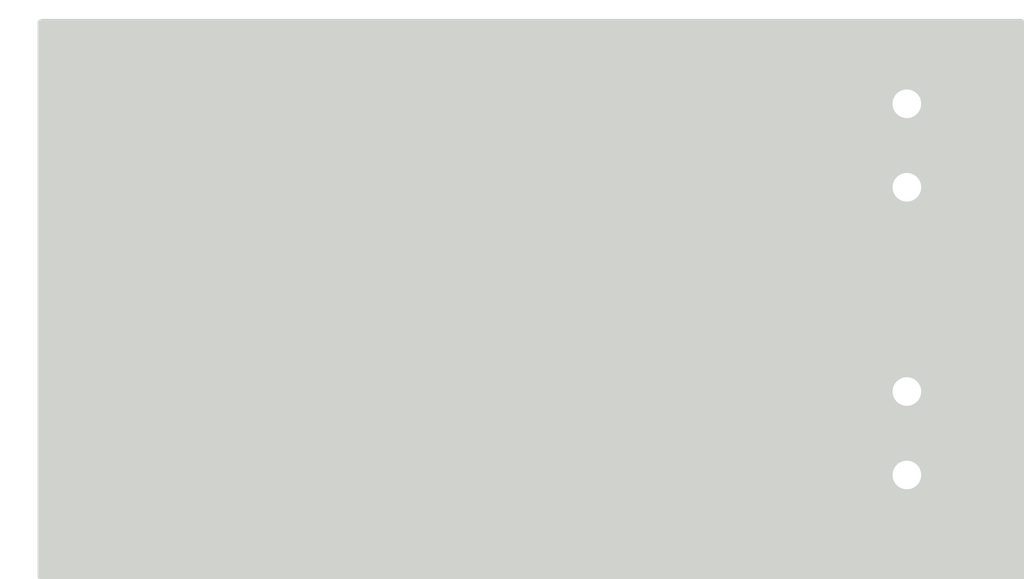
<source format=kicad_pcb>
(kicad_pcb (version 20171130) (host pcbnew "(5.1.5)-3")
  (layers (0 F.Cu signal) (31 B.Cu signal hide) (34 B.Paste user) (35 F.Paste user) (36 B.SilkS user) (37 F.SilkS user) (38 B.Mask user) (39 F.Mask user) (44 Edge.Cuts user hide))
  (net 0 "")
  (net 1 +5V)
  (net 2 GND)
  (net 3 +12V)
  (net 4 +3V3)
  (net 5 "Net-(D1-Pad1)")
  (net 6 "Net-(C5-Pad2)")
  (net 7 "Net-(D2-Pad2)")
  (net 8 "Net-(D3-Pad2)")
  (net 9 "Net-(J1-Pad2)")
  (net 10 "Net-(J1-Pad3)")
  (net 11 "Net-(J1-Pad4)")
  (module Package_TO_SOT_SMD:SOT-23-5 (layer F.Cu) (at 83.185 95.885 180)
    (fp_text reference U1 (at -0.635 2.413 180) (layer F.SilkS))
    (fp_text value TPS61041DBV)
    (pad 1 smd rect (at -1.1 -0.95 180) (size 1.06 0.65) (layers F.Cu F.Paste F.Mask) (net 5 "Net-(D1-Pad1)"))
    (pad 2 smd rect (at -1.1 0 180) (size 1.06 0.65) (layers F.Cu F.Paste F.Mask) (net 2 GND))
    (pad 3 smd rect (at -1.1 0.95 180) (size 1.06 0.65) (layers F.Cu F.Paste F.Mask) (net 6 "Net-(C5-Pad2)"))
    (pad 4 smd rect (at 1.1 0.95 180) (size 1.06 0.65) (layers F.Cu F.Paste F.Mask) (net 1 +5V))
    (pad 5 smd rect (at 1.1 -0.95 180) (size 1.06 0.65) (layers F.Cu F.Paste F.Mask) (net 1 +5V))
  )
  (module Resistor_SMD:R_0805_2012Metric (layer F.Cu) (at 87.63 96.52 270)
    (fp_text reference R2 (at -2.54 0 180) (layer F.SilkS))
    (fp_text value 200K)
    (pad 2 smd roundrect (at 0.9375 0 270) (size 0.975 1.4) (layers F.Cu F.Paste F.Mask) (net 2 GND))
    (pad 1 smd roundrect (at -0.9375 0 270) (size 0.975 1.4) (layers F.Cu F.Paste F.Mask) (net 6 "Net-(C5-Pad2)"))
  )
  (module Resistor_SMD:R_0805_2012Metric (layer F.Cu) (at 90.17 96.52 90)
    (fp_text reference R1 (at 2.54 0 180) (layer F.SilkS))
    (fp_text value 1.8M)
    (pad 1 smd roundrect (at -0.9375 0 90) (size 0.975 1.4) (layers F.Cu F.Paste F.Mask) (net 3 +12V))
    (pad 2 smd roundrect (at 0.9375 0 90) (size 0.975 1.4) (layers F.Cu F.Paste F.Mask) (net 6 "Net-(C5-Pad2)"))
  )
  (module Connector_USB:USB_Micro-B_Molex_47346-0001 (layer F.Cu) (at 70.485 98.425 270)
    (fp_text reference J1 (at -5.715 2.54) (layer F.SilkS))
    (fp_text value USB_OTG)
    (pad 1 smd rect (at -1.3 -1.46 270) (size 0.45 1.38) (layers F.Cu F.Paste F.Mask) (net 1 +5V))
    (pad 2 smd rect (at -0.65 -1.46 270) (size 0.45 1.38) (layers F.Cu F.Paste F.Mask) (net 9 "Net-(J1-Pad2)"))
    (pad 3 smd rect (at 0 -1.46 270) (size 0.45 1.38) (layers F.Cu F.Paste F.Mask) (net 10 "Net-(J1-Pad3)"))
    (pad 4 smd rect (at 0.65 -1.46 270) (size 0.45 1.38) (layers F.Cu F.Paste F.Mask) (net 11 "Net-(J1-Pad4)"))
    (pad 5 smd rect (at 1.3 -1.46 270) (size 0.45 1.38) (layers F.Cu F.Paste F.Mask) (net 2 GND))
    (pad 6 smd rect (at -2.4875 -1.375 270) (size 1.425 1.55) (layers F.Cu F.Paste F.Mask) (net 2 GND))
    (pad 6 smd rect (at 2.4875 -1.375 270) (size 1.425 1.55) (layers F.Cu F.Paste F.Mask) (net 2 GND))
    (pad 6 smd rect (at -3.375 1.2 270) (size 1.65 1.3) (layers F.Cu F.Paste F.Mask) (net 2 GND))
    (pad 6 smd rect (at 3.375 1.2 270) (size 1.65 1.3) (layers F.Cu F.Paste F.Mask) (net 2 GND))
    (pad 6 smd rect (at -1.15 1.2 270) (size 1.8 1.9) (layers F.Cu F.Paste F.Mask) (net 2 GND))
    (pad 6 smd rect (at 1.55 1.2 270) (size 1 1.9) (layers F.Cu F.Paste F.Mask) (net 2 GND))
  )
  (module Inductor_SMD:L_0805_2012Metric (layer F.Cu) (at 80.01 90.17)
    (fp_text reference L1 (at -2.794 -0.254 180) (layer F.SilkS))
    (fp_text value 10uH)
    (pad 1 smd roundrect (at -0.9375 0) (size 0.975 1.4) (layers F.Cu F.Paste F.Mask) (net 1 +5V))
    (pad 2 smd roundrect (at 0.9375 0) (size 0.975 1.4) (layers F.Cu F.Paste F.Mask) (net 5 "Net-(D1-Pad1)"))
  )
  (module Connector_Phoenix_MC:PhoenixContact_MCV_1,5_2-G-3.5_1x02_P3.50mm_Vertical (layer F.Cu) (at 103.03002 103.8733 270)
    (fp_text reference J3 (at 6.985 0 180) (layer F.SilkS))
    (fp_text value Conn_01x02)
    (pad 2 thru_hole oval (at 3.5 0 270) (size 1.8 3.6) (drill 1.2) (layers *.Cu *.Mask) (net 2 GND))
    (pad 1 thru_hole roundrect (at 0 0 270) (size 1.8 3.6) (drill 1.2) (layers *.Cu *.Mask) (roundrect_rratio 0.138889) (net 4 +3V3))
  )
  (module Capacitor_SMD:CP_Elec_4x4.5 (layer F.Cu) (at 77.47 95.25 270)
    (fp_text reference C1 (at 0 -3.2 180) (layer F.SilkS))
    (fp_text value 4.7uF)
    (pad 1 smd roundrect (at -1.8 0 270) (size 2.6 1.6) (layers F.Cu F.Paste F.Mask) (roundrect_rratio 0.15625) (net 1 +5V))
    (pad 2 smd roundrect (at 1.8 0 270) (size 2.6 1.6) (layers F.Cu F.Paste F.Mask) (roundrect_rratio 0.15625) (net 2 GND))
  )
  (module Capacitor_SMD:CP_Elec_4x4.5 (layer F.Cu) (at 77.47 101.6 180)
    (fp_text reference C2 (at -3.175 1.905 180) (layer F.SilkS))
    (fp_text value 10uF)
    (pad 2 smd roundrect (at 1.8 0 180) (size 2.6 1.6) (layers F.Cu F.Paste F.Mask) (roundrect_rratio 0.15625) (net 2 GND))
    (pad 1 smd roundrect (at -1.8 0 180) (size 2.6 1.6) (layers F.Cu F.Paste F.Mask) (roundrect_rratio 0.15625) (net 1 +5V))
  )
  (module Capacitor_SMD:CP_Elec_4x4.5 (layer F.Cu) (at 93.345 104.14 270)
    (fp_text reference C4 (at -2.54 2.54 180) (layer F.SilkS))
    (fp_text value 10uF)
    (pad 1 smd roundrect (at -1.8 0 270) (size 2.6 1.6) (layers F.Cu F.Paste F.Mask) (roundrect_rratio 0.15625) (net 4 +3V3))
    (pad 2 smd roundrect (at 1.8 0 270) (size 2.6 1.6) (layers F.Cu F.Paste F.Mask) (roundrect_rratio 0.15625) (net 2 GND))
  )
  (module Diode_SMD:D_SMA (layer F.Cu) (at 86.36 90.805)
    (fp_text reference D1 (at 4.572 -0.381 180) (layer F.SilkS))
    (fp_text value MBRM120L)
    (pad 1 smd rect (at -2 0) (size 2.5 1.8) (layers F.Cu F.Paste F.Mask) (net 5 "Net-(D1-Pad1)"))
    (pad 2 smd rect (at 2 0) (size 2.5 1.8) (layers F.Cu F.Paste F.Mask) (net 3 +12V))
  )
  (module Connector_Phoenix_MC:PhoenixContact_MCV_1,5_2-G-3.5_1x02_P3.50mm_Vertical (layer F.Cu) (at 103.03002 91.8083 270)
    (fp_text reference J2 (at 7.62 0 180) (layer F.SilkS))
    (fp_text value Conn_01x02)
    (pad 1 thru_hole roundrect (at 0 0 270) (size 1.8 3.6) (drill 1.2) (layers *.Cu *.Mask) (roundrect_rratio 0.138889) (net 3 +12V))
    (pad 2 thru_hole oval (at 3.5 0 270) (size 1.8 3.6) (drill 1.2) (layers *.Cu *.Mask) (net 2 GND))
  )
  (module Capacitor_SMD:C_0805_2012Metric (layer F.Cu) (at 93.98 98.425 270)
    (fp_text reference C6 (at -0.03048 -1.94564 180) (layer F.SilkS))
    (fp_text value 4.7pF)
    (pad 1 smd roundrect (at -0.9375 0 270) (size 0.975 1.4) (layers F.Cu F.Paste F.Mask) (net 3 +12V))
    (pad 2 smd roundrect (at 0.9375 0 270) (size 0.975 1.4) (layers F.Cu F.Paste F.Mask) (net 2 GND))
  )
  (module Capacitor_SMD:C_0805_2012Metric (layer F.Cu) (at 93.98 94.615 90)
    (fp_text reference C5 (at -0.635 1.905 180) (layer F.SilkS))
    (fp_text value "2 pF")
    (pad 2 smd roundrect (at 0.9375 0 90) (size 0.975 1.4) (layers F.Cu F.Paste F.Mask) (net 6 "Net-(C5-Pad2)"))
    (pad 1 smd roundrect (at -0.9375 0 90) (size 0.975 1.4) (layers F.Cu F.Paste F.Mask) (net 3 +12V))
  )
  (module Capacitor_SMD:CP_Elec_4x4.5 (layer F.Cu) (at 77.47 107.95 180)
    (fp_text reference C3 (at -3.175 1.905 180) (layer F.SilkS))
    (fp_text value 1uF)
    (pad 2 smd roundrect (at 1.8 0 180) (size 2.6 1.6) (layers F.Cu F.Paste F.Mask) (roundrect_rratio 0.15625) (net 2 GND))
    (pad 1 smd roundrect (at -1.8 0 180) (size 2.6 1.6) (layers F.Cu F.Paste F.Mask) (roundrect_rratio 0.15625) (net 1 +5V))
  )
  (module Package_TO_SOT_SMD:TO-252-3_TabPin2 (layer F.Cu) (at 85.725 104.775 270)
    (fp_text reference U2 (at 3.937 -4.5 180) (layer F.SilkS))
    (fp_text value LM1117-3.3)
    (pad 1 smd rect (at -4.2 -2.28 270) (size 2.2 1.2) (layers F.Cu F.Paste F.Mask) (net 2 GND))
    (pad 2 smd rect (at -4.2 0 270) (size 2.2 1.2) (layers F.Cu F.Paste F.Mask) (net 4 +3V3))
    (pad 3 smd rect (at -4.2 2.28 270) (size 2.2 1.2) (layers F.Cu F.Paste F.Mask) (net 1 +5V))
    (pad 2 smd rect (at 2.1 0 270) (size 6.4 5.8) (layers F.Cu F.Mask) (net 4 +3V3))
  )
  (module "02-KiCad Files:seri2" (layer F.Cu) (at 70.358 110.6805)
    (fp_text reference G*** hide)
    (fp_text value LOGO hide)
  )
  (module "02-KiCad Files:serigrafía" (layer F.Cu) (at 70.2945 106.934)
    (fp_text reference G*** hide)
    (fp_text value LOGO hide)
  )
  (module LED_SMD:LED_0805_2012Metric (layer F.Cu) (at 97.95002 103.2383 90)
    (fp_text reference D2 (at 2.54 0 180) (layer F.SilkS))
    (fp_text value LED)
    (pad 2 smd roundrect (at 0.9375 0 90) (size 0.975 1.4) (layers F.Cu F.Paste F.Mask) (net 7 "Net-(D2-Pad2)"))
    (pad 1 smd roundrect (at -0.9375 0 90) (size 0.975 1.4) (layers F.Cu F.Paste F.Mask) (net 2 GND))
  )
  (module LED_SMD:LED_0805_2012Metric (layer F.Cu) (at 97.95002 95.6183 90)
    (fp_text reference D3 (at -2.54 0 180) (layer F.SilkS))
    (fp_text value LED)
    (pad 1 smd roundrect (at -0.9375 0 90) (size 0.975 1.4) (layers F.Cu F.Paste F.Mask) (net 2 GND))
    (pad 2 smd roundrect (at 0.9375 0 90) (size 0.975 1.4) (layers F.Cu F.Paste F.Mask) (net 8 "Net-(D3-Pad2)"))
  )
  (module Resistor_SMD:R_0805_2012Metric (layer F.Cu) (at 97.95002 107.0483 90)
    (fp_text reference R3 (at -2.54 0 180) (layer F.SilkS))
    (fp_text value 330)
    (pad 1 smd roundrect (at -0.9375 0 90) (size 0.975 1.4) (layers F.Cu F.Paste F.Mask) (net 4 +3V3))
    (pad 2 smd roundrect (at 0.9375 0 90) (size 0.975 1.4) (layers F.Cu F.Paste F.Mask) (net 7 "Net-(D2-Pad2)"))
  )
  (module Resistor_SMD:R_0805_2012Metric (layer F.Cu) (at 97.95002 91.8083 270)
    (fp_text reference R4 (at -2.54 0 180) (layer F.SilkS))
    (fp_text value 330)
    (pad 2 smd roundrect (at 0.9375 0 270) (size 0.975 1.4) (layers F.Cu F.Paste F.Mask) (net 8 "Net-(D3-Pad2)"))
    (pad 1 smd roundrect (at -0.9375 0 270) (size 0.975 1.4) (layers F.Cu F.Paste F.Mask) (net 3 +12V))
  )
  (segment (start 79.27 101.6) (end 79.27 102.4) (width 0.25) (layer F.Cu) (net 1))
  (segment (start 81.305 96.835) (end 82.085 96.835) (width 0.25) (layer F.Cu) (net 1))
  (segment (start 80.645 96.175) (end 81.305 96.835) (width 0.25) (layer F.Cu) (net 1))
  (segment (start 80.965 94.935) (end 80.645 95.255) (width 0.25) (layer F.Cu) (net 1))
  (segment (start 79.27 101.6) (end 79.27 107.95) (width 0.25) (layer F.Cu) (net 1))
  (segment (start 80.645 95.255) (end 80.645 96.175) (width 0.25) (layer F.Cu) (net 1))
  (segment (start 82.085 94.935) (end 80.965 94.935) (width 0.25) (layer F.Cu) (net 1))
  (segment (start 82.085 94.935) (end 82.29 94.935) (width 0.25) (layer F.Cu) (net 1))
  (segment (start 77.47 93.45) (end 77.47 91.7725) (width 0.25) (layer F.Cu) (net 1))
  (segment (start 77.47 91.7725) (end 79.0725 90.17) (width 0.25) (layer F.Cu) (net 1))
  (segment (start 77.47 94.615) (end 76.835 94.615) (width 0.25) (layer F.Cu) (net 1))
  (segment (start 76.835 94.615) (end 73.66 97.79) (width 0.25) (layer F.Cu) (net 1))
  (segment (start 77.47 93.45) (end 77.47 94.615) (width 0.25) (layer F.Cu) (net 1))
  (segment (start 73.66 97.79) (end 73.55 109.11) (width 0.25) (layer F.Cu) (net 1))
  (segment (start 74.93 95.99) (end 73.795 97.125) (width 0.25) (layer F.Cu) (net 1))
  (segment (start 73.795 97.125) (end 71.945 97.125) (width 0.25) (layer F.Cu) (net 1))
  (segment (start 71.945 97.125) (end 72.885 97.125) (width 0.25) (layer F.Cu) (net 1))
  (segment (start 74.295 109.855) (end 78.74 109.855) (width 0.25) (layer F.Cu) (net 1))
  (segment (start 73.55 109.11) (end 74.295 109.855) (width 0.25) (layer F.Cu) (net 1))
  (segment (start 79.27 109.325) (end 79.27 107.95) (width 0.25) (layer F.Cu) (net 1))
  (segment (start 78.74 109.855) (end 79.27 109.325) (width 0.25) (layer F.Cu) (net 1))
  (segment (start 77.365 93.45) (end 76.835 93.98) (width 0.25) (layer F.Cu) (net 1))
  (segment (start 77.47 93.45) (end 76.94 93.45) (width 0.25) (layer F.Cu) (net 1))
  (segment (start 77.47 93.45) (end 77.365 93.45) (width 0.25) (layer F.Cu) (net 1))
  (segment (start 74.93 95.99) (end 76.835 93.98) (width 0.25) (layer F.Cu) (net 1))
  (segment (start 77.47 93.45) (end 75.035 95.885) (width 0.25) (layer F.Cu) (net 1))
  (segment (start 79.27 101.6) (end 79.375 101.6) (width 0.25) (layer F.Cu) (net 1))
  (segment (start 79.375 101.6) (end 80.4 100.575) (width 0.25) (layer F.Cu) (net 1))
  (segment (start 80.4 100.575) (end 83.445 100.575) (width 0.25) (layer F.Cu) (net 1))
  (segment (start 77.47 93.345) (end 78.105 92.71) (width 0.25) (layer F.Cu) (net 1))
  (segment (start 77.47 93.45) (end 77.47 93.345) (width 0.25) (layer F.Cu) (net 1))
  (segment (start 82.085 94.36) (end 82.085 94.935) (width 0.25) (layer F.Cu) (net 1))
  (segment (start 77.47 93.45) (end 81.175 93.45) (width 0.25) (layer F.Cu) (net 1))
  (segment (start 81.175 93.45) (end 82.085 94.36) (width 0.25) (layer F.Cu) (net 1))
  (segment (start 104.14 99.822) (end 104.14 94.94) (width 0.25) (layer F.Cu) (net 2))
  (segment (start 104.14 107.005) (end 106.19 107.005) (width 0.25) (layer F.Cu) (net 2))
  (segment (start 106.934 106.261) (end 106.934 102.616) (width 0.25) (layer F.Cu) (net 2))
  (segment (start 106.934 102.616) (end 104.14 99.822) (width 0.25) (layer F.Cu) (net 2))
  (segment (start 106.19 107.005) (end 106.934 106.261) (width 0.25) (layer F.Cu) (net 2))
  (segment (start 75.67 101.6) (end 75.67 102.4) (width 0.25) (layer F.Cu) (net 2))
  (segment (start 69.285 97.275) (end 69.285 95.05) (width 0.25) (layer F.Cu) (net 2))
  (segment (start 71.86 99.81) (end 71.945 99.725) (width 0.25) (layer F.Cu) (net 2))
  (segment (start 70.1725 95.9375) (end 69.285 95.05) (width 0.25) (layer F.Cu) (net 2))
  (segment (start 70.1725 100.9125) (end 69.285 101.8) (width 0.25) (layer F.Cu) (net 2))
  (segment (start 71.86 100.9125) (end 71.86 99.81) (width 0.25) (layer F.Cu) (net 2))
  (segment (start 69.285 101.8) (end 69.285 99.975) (width 0.25) (layer F.Cu) (net 2))
  (segment (start 69.285 99.975) (end 69.285 97.275) (width 0.25) (layer F.Cu) (net 2))
  (segment (start 71.86 95.9375) (end 70.1725 95.9375) (width 0.25) (layer F.Cu) (net 2))
  (segment (start 71.86 100.9125) (end 70.1725 100.9125) (width 0.25) (layer F.Cu) (net 2))
  (segment (start 87.63 100.2) (end 88.005 100.575) (width 0.25) (layer F.Cu) (net 2))
  (segment (start 90.5025 99.3625) (end 93.98 99.3625) (width 0.25) (layer F.Cu) (net 2))
  (segment (start 88.005 100.575) (end 89.29 100.575) (width 0.25) (layer F.Cu) (net 2))
  (segment (start 87.63 97.4575) (end 87.63 100.2) (width 0.25) (layer F.Cu) (net 2))
  (segment (start 89.29 100.575) (end 90.5025 99.3625) (width 0.25) (layer F.Cu) (net 2))
  (segment (start 71.86 101.6) (end 71.86 100.9125) (width 0.25) (layer F.Cu) (net 2))
  (segment (start 75.67 101.6) (end 75.67 107.95) (width 0.25) (layer F.Cu) (net 2))
  (segment (start 75.67 101.325) (end 75.67 101.6) (width 0.25) (layer F.Cu) (net 2))
  (segment (start 75.67 100.8) (end 75.67 101.6) (width 0.25) (layer F.Cu) (net 2))
  (segment (start 74.9825 100.9125) (end 75.67 101.6) (width 0.25) (layer F.Cu) (net 2))
  (segment (start 76.67 97.05) (end 75.67 98.05) (width 0.25) (layer F.Cu) (net 2))
  (segment (start 77.47 97.05) (end 76.67 97.05) (width 0.25) (layer F.Cu) (net 2))
  (segment (start 75.67 98.05) (end 75.67 100.8) (width 0.25) (layer F.Cu) (net 2))
  (segment (start 74.295 111.125) (end 88.9 111.125) (width 0.25) (layer F.Cu) (net 2))
  (segment (start 88.9 111.125) (end 90.17 109.855) (width 0.25) (layer F.Cu) (net 2))
  (segment (start 91.545 105.94) (end 93.345 105.94) (width 0.25) (layer F.Cu) (net 2))
  (segment (start 72.39 109.22) (end 74.295 111.125) (width 0.25) (layer F.Cu) (net 2))
  (segment (start 71.86 100.9125) (end 71.86 102.975) (width 0.25) (layer F.Cu) (net 2))
  (segment (start 72.39 103.505) (end 72.39 109.22) (width 0.25) (layer F.Cu) (net 2))
  (segment (start 90.17 107.315) (end 91.545 105.94) (width 0.25) (layer F.Cu) (net 2))
  (segment (start 90.17 109.855) (end 90.17 107.315) (width 0.25) (layer F.Cu) (net 2))
  (segment (start 71.86 102.975) (end 72.39 103.505) (width 0.25) (layer F.Cu) (net 2))
  (segment (start 103.935 107.21) (end 104.14 107.005) (width 0.25) (layer F.Cu) (net 2))
  (segment (start 78.74 97.05) (end 79.810001 98.120001) (width 0.25) (layer F.Cu) (net 2))
  (segment (start 79.810001 98.120001) (end 86.967499 98.120001) (width 0.25) (layer F.Cu) (net 2))
  (segment (start 86.967499 98.120001) (end 87.63 97.4575) (width 0.25) (layer F.Cu) (net 2))
  (segment (start 77.47 97.05) (end 78.74 97.05) (width 0.25) (layer F.Cu) (net 2))
  (segment (start 86.0275 97.4575) (end 87.63 97.4575) (width 0.25) (layer F.Cu) (net 2))
  (segment (start 85.725 97.155) (end 86.0275 97.4575) (width 0.25) (layer F.Cu) (net 2))
  (segment (start 84.285 95.885) (end 85.065 95.885) (width 0.25) (layer F.Cu) (net 2))
  (segment (start 85.065 95.885) (end 85.725 96.545) (width 0.25) (layer F.Cu) (net 2))
  (segment (start 85.725 96.545) (end 85.725 97.155) (width 0.25) (layer F.Cu) (net 2))
  (segment (start 97.79 97.79) (end 97.79 96.1875) (width 0.25) (layer F.Cu) (net 2))
  (segment (start 93.98 99.3625) (end 96.2175 99.3625) (width 0.25) (layer F.Cu) (net 2))
  (segment (start 96.2175 99.3625) (end 97.79 97.79) (width 0.25) (layer F.Cu) (net 2))
  (segment (start 97.79 96.1875) (end 100.6625 96.1875) (width 0.25) (layer F.Cu) (net 2))
  (segment (start 101.91 94.94) (end 104.14 94.94) (width 0.25) (layer F.Cu) (net 2))
  (segment (start 100.6625 96.1875) (end 101.91 94.94) (width 0.25) (layer F.Cu) (net 2))
  (segment (start 100.33 102.87) (end 100.33 97.79) (width 0.25) (layer F.Cu) (net 2))
  (segment (start 100.33 97.79) (end 103.18 94.94) (width 0.25) (layer F.Cu) (net 2))
  (segment (start 97.79 103.8075) (end 99.3925 103.8075) (width 0.25) (layer F.Cu) (net 2))
  (segment (start 103.18 94.94) (end 104.14 94.94) (width 0.25) (layer F.Cu) (net 2))
  (segment (start 99.3925 103.8075) (end 100.33 102.87) (width 0.25) (layer F.Cu) (net 2))
  (segment (start 93.345 105.94) (end 96.96282 109.55782) (width 0.25) (layer F.Cu) (net 2))
  (segment (start 103.03002 108.5233) (end 103.03002 107.3733) (width 0.25) (layer F.Cu) (net 2))
  (segment (start 101.9955 109.55782) (end 103.03002 108.5233) (width 0.25) (layer F.Cu) (net 2))
  (segment (start 96.96282 109.55782) (end 101.9955 109.55782) (width 0.25) (layer F.Cu) (net 2))
  (segment (start 103.505 92.075) (end 104.14 91.44) (width 0.25) (layer F.Cu) (net 3))
  (segment (start 90.17 97.4575) (end 93.95 97.4575) (width 0.25) (layer F.Cu) (net 3))
  (segment (start 93.95 97.4575) (end 93.98 97.4875) (width 0.25) (layer F.Cu) (net 3))
  (segment (start 93.98 97.4875) (end 93.98 95.5525) (width 0.25) (layer F.Cu) (net 3))
  (segment (start 97.88422 90.805) (end 97.95002 90.8708) (width 0.25) (layer F.Cu) (net 3))
  (segment (start 88.36 90.805) (end 97.88422 90.805) (width 0.25) (layer F.Cu) (net 3))
  (segment (start 97.24922 90.8708) (end 97.95002 90.8708) (width 0.25) (layer F.Cu) (net 3))
  (segment (start 94.9475 95.5525) (end 95.25 95.25) (width 0.25) (layer F.Cu) (net 3))
  (segment (start 93.98 95.5525) (end 94.9475 95.5525) (width 0.25) (layer F.Cu) (net 3))
  (segment (start 96.8756 91.24442) (end 97.24922 90.8708) (width 0.25) (layer F.Cu) (net 3))
  (segment (start 95.25 95.25) (end 95.25 91.85402) (width 0.25) (layer F.Cu) (net 3))
  (segment (start 95.8596 91.24442) (end 96.8756 91.24442) (width 0.25) (layer F.Cu) (net 3))
  (segment (start 95.25 91.85402) (end 95.8596 91.24442) (width 0.25) (layer F.Cu) (net 3))
  (segment (start 102.09252 90.8708) (end 103.03002 91.8083) (width 0.25) (layer F.Cu) (net 3))
  (segment (start 97.95002 90.8708) (end 102.09252 90.8708) (width 0.25) (layer F.Cu) (net 3))
  (segment (start 89.535 106.215) (end 89.535 106.15) (width 0.25) (layer F.Cu) (net 4))
  (segment (start 89.535 106.15) (end 93.345 102.34) (width 0.25) (layer F.Cu) (net 4))
  (segment (start 85.725 106.875) (end 88.875 106.875) (width 0.25) (layer F.Cu) (net 4))
  (segment (start 85.725 100.575) (end 85.725 101.925) (width 0.25) (layer F.Cu) (net 4))
  (segment (start 85.725 101.925) (end 85.725 106.875) (width 0.25) (layer F.Cu) (net 4))
  (segment (start 88.875 106.875) (end 89.535 106.215) (width 0.25) (layer F.Cu) (net 4))
  (segment (start 104.035 103.61) (end 104.14 103.505) (width 0.25) (layer F.Cu) (net 4))
  (segment (start 102.235 103.505) (end 104.14 103.505) (width 0.25) (layer F.Cu) (net 4))
  (segment (start 100.33 107.315) (end 100.33 105.41) (width 0.25) (layer F.Cu) (net 4))
  (segment (start 97.79 107.6175) (end 100.0275 107.6175) (width 0.25) (layer F.Cu) (net 4))
  (segment (start 100.33 105.41) (end 102.235 103.505) (width 0.25) (layer F.Cu) (net 4))
  (segment (start 100.0275 107.6175) (end 100.33 107.315) (width 0.25) (layer F.Cu) (net 4))
  (segment (start 94.72 102.34) (end 93.345 102.34) (width 0.25) (layer F.Cu) (net 4))
  (segment (start 95.25 102.87) (end 94.72 102.34) (width 0.25) (layer F.Cu) (net 4))
  (segment (start 97.79 107.6175) (end 95.25 105.0775) (width 0.25) (layer F.Cu) (net 4))
  (segment (start 95.25 105.0775) (end 95.25 102.87) (width 0.25) (layer F.Cu) (net 4))
  (segment (start 83.185 93.98) (end 84.36 92.805) (width 0.25) (layer F.Cu) (net 5))
  (segment (start 80.9475 90.17) (end 83.725 90.17) (width 0.25) (layer F.Cu) (net 5))
  (segment (start 83.725 90.17) (end 84.36 90.805) (width 0.25) (layer F.Cu) (net 5))
  (segment (start 84.36 92.805) (end 84.36 90.805) (width 0.25) (layer F.Cu) (net 5))
  (segment (start 83.5 96.835) (end 83.185 96.52) (width 0.25) (layer F.Cu) (net 5))
  (segment (start 84.285 96.835) (end 83.5 96.835) (width 0.25) (layer F.Cu) (net 5))
  (segment (start 80.461973 90.655527) (end 80.9475 90.17) (width 0.25) (layer F.Cu) (net 5))
  (segment (start 83.185 96.52) (end 83.185 93.98) (width 0.25) (layer F.Cu) (net 5))
  (segment (start 90.17 94.615) (end 91.1075 93.6775) (width 0.25) (layer F.Cu) (net 6))
  (segment (start 91.1075 93.6775) (end 93.98 93.6775) (width 0.25) (layer F.Cu) (net 6))
  (segment (start 90.17 95.5825) (end 90.17 94.615) (width 0.25) (layer F.Cu) (net 6))
  (segment (start 87.63 95.5825) (end 90.17 95.5825) (width 0.25) (layer F.Cu) (net 6))
  (segment (start 84.285 94.935) (end 86.9825 94.935) (width 0.25) (layer F.Cu) (net 6))
  (segment (start 86.9825 94.935) (end 87.63 95.5825) (width 0.25) (layer F.Cu) (net 6))
  (segment (start 97.79 105.7425) (end 96.52 104.4725) (width 0.25) (layer F.Cu) (net 7))
  (segment (start 96.52 104.4725) (end 96.52 103.2025) (width 0.25) (layer F.Cu) (net 7))
  (segment (start 96.52 103.2025) (end 97.79 101.9325) (width 0.25) (layer F.Cu) (net 7))
  (segment (start 97.79 94.3125) (end 97.79 92.3775) (width 0.25) (layer F.Cu) (net 8))
  (zone (net 0) (net_name "") (layer Edge.Cuts) (connect_pads (clearance 0.508)) (min_thickness 0.254) (fill yes (arc_segments 32) (thermal_gap 0.508) (thermal_bridge_width 0.508))
    (polygon (pts (xy 107.95 111.76) (xy 66.675 111.76) (xy 66.675 88.265) (xy 107.95 88.265)))
  )
  (zone (net 2) (net_name GND) (layer F.Cu) (connect_pads (clearance 0.508)) (min_thickness 0.254) (fill yes (arc_segments 32) (thermal_gap 0.508) (thermal_bridge_width 0.508))
    (polygon (pts (xy 107.95 111.76) (xy 66.675 111.76) (xy 66.675 88.265) (xy 107.95 88.265)))
  )
  (zone (net 2) (net_name GND) (layer B.Cu) (connect_pads (clearance 0.508)) (min_thickness 0.254) (fill yes (arc_segments 32) (thermal_gap 0.508) (thermal_bridge_width 0.508))
    (polygon (pts (xy 107.95 111.76) (xy 66.675 111.76) (xy 66.675 88.265) (xy 107.95 88.265)))
  )
  (zone (net 2) (net_name GND) (layer B.Cu) (connect_pads (clearance 0.508)) (min_thickness 0.254) (fill yes (arc_segments 32) (thermal_gap 0.508) (thermal_bridge_width 0.508))
    (polygon (pts (xy 107.823 111.633) (xy 66.802 111.633) (xy 66.802 88.392) (xy 107.823 88.392)))
  )
  (zone (net 2) (net_name GND) (layer F.Cu) (connect_pads (clearance 0.508)) (min_thickness 0.254) (fill yes (arc_segments 32) (thermal_gap 0.508) (thermal_bridge_width 0.508))
    (polygon (pts (xy 107.823 111.633) (xy 66.802 111.633) (xy 66.8655 88.4555) (xy 66.8655 88.392) (xy 107.823 88.392)))
  )
  (zone (net 0) (net_name "") (layer Edge.Cuts) (connect_pads (clearance 0.508)) (min_thickness 0.254) (fill yes (arc_segments 32) (thermal_gap 0.508) (thermal_bridge_width 0.508))
    (polygon (pts (xy 108.0135 111.76) (xy 66.6115 111.76) (xy 66.6115 88.265) (xy 107.95 88.265)))
  )
)
</source>
